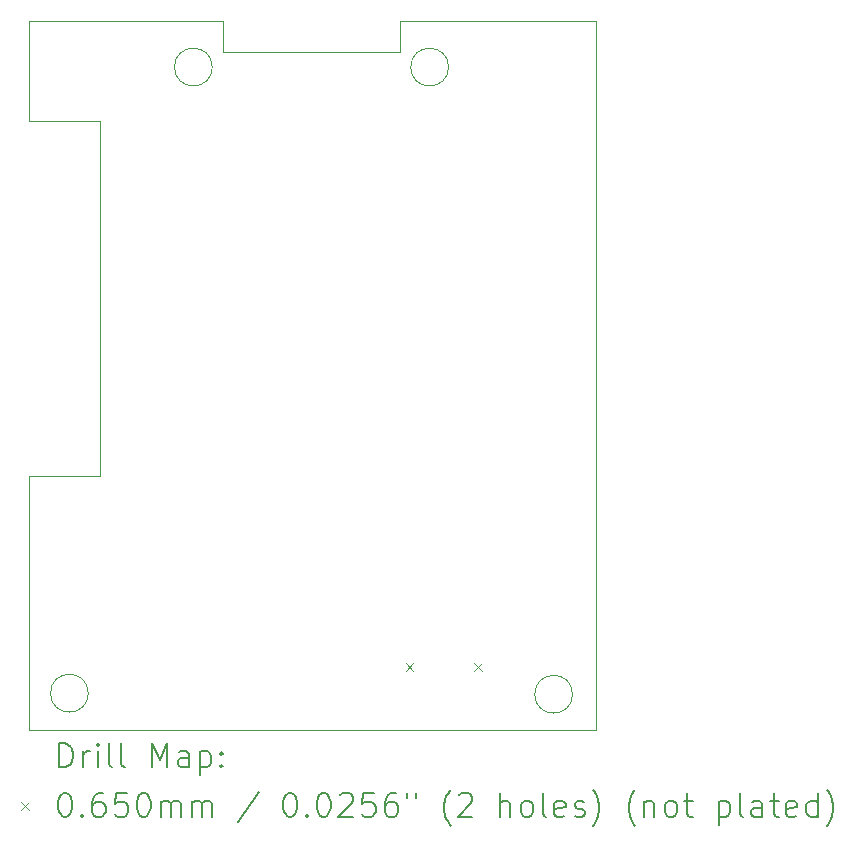
<source format=gbr>
%TF.GenerationSoftware,KiCad,Pcbnew,7.0.10*%
%TF.CreationDate,2024-03-09T07:06:31+08:00*%
%TF.ProjectId,ESP32Sensor-Sensor_board,45535033-3253-4656-9e73-6f722d53656e,rev?*%
%TF.SameCoordinates,Original*%
%TF.FileFunction,Drillmap*%
%TF.FilePolarity,Positive*%
%FSLAX45Y45*%
G04 Gerber Fmt 4.5, Leading zero omitted, Abs format (unit mm)*
G04 Created by KiCad (PCBNEW 7.0.10) date 2024-03-09 07:06:31*
%MOMM*%
%LPD*%
G01*
G04 APERTURE LIST*
%ADD10C,0.100000*%
%ADD11C,0.200000*%
G04 APERTURE END LIST*
D10*
X17500000Y-13400000D02*
X12700000Y-13400000D01*
X12700000Y-8250000D02*
X13300000Y-8250000D01*
X14250000Y-7790000D02*
G75*
G03*
X13930000Y-7790000I-160000J0D01*
G01*
X13930000Y-7790000D02*
G75*
G03*
X14250000Y-7790000I160000J0D01*
G01*
X17300000Y-13100000D02*
G75*
G03*
X16980000Y-13100000I-160000J0D01*
G01*
X16980000Y-13100000D02*
G75*
G03*
X17300000Y-13100000I160000J0D01*
G01*
X17500000Y-7400000D02*
X17500000Y-13400000D01*
X13300000Y-11250000D02*
X12700000Y-11250000D01*
X14340000Y-7660000D02*
X14340000Y-7400000D01*
X12700000Y-11250000D02*
X12700000Y-13400000D01*
X13200000Y-13091200D02*
G75*
G03*
X12880000Y-13091200I-160000J0D01*
G01*
X12880000Y-13091200D02*
G75*
G03*
X13200000Y-13091200I160000J0D01*
G01*
X17500000Y-7400000D02*
X15840000Y-7400000D01*
X13300000Y-8250000D02*
X13300000Y-11250000D01*
X15840000Y-7400000D02*
X15840000Y-7660000D01*
X12700000Y-7400000D02*
X14340000Y-7400000D01*
X12700000Y-7400000D02*
X12700000Y-8250000D01*
X15840000Y-7660000D02*
X14340000Y-7660000D01*
X16250000Y-7790000D02*
G75*
G03*
X15930000Y-7790000I-160000J0D01*
G01*
X15930000Y-7790000D02*
G75*
G03*
X16250000Y-7790000I160000J0D01*
G01*
D11*
D10*
X15888500Y-12838500D02*
X15953500Y-12903500D01*
X15953500Y-12838500D02*
X15888500Y-12903500D01*
X16466500Y-12838500D02*
X16531500Y-12903500D01*
X16531500Y-12838500D02*
X16466500Y-12903500D01*
D11*
X12955777Y-13716484D02*
X12955777Y-13516484D01*
X12955777Y-13516484D02*
X13003396Y-13516484D01*
X13003396Y-13516484D02*
X13031967Y-13526008D01*
X13031967Y-13526008D02*
X13051015Y-13545055D01*
X13051015Y-13545055D02*
X13060539Y-13564103D01*
X13060539Y-13564103D02*
X13070062Y-13602198D01*
X13070062Y-13602198D02*
X13070062Y-13630769D01*
X13070062Y-13630769D02*
X13060539Y-13668865D01*
X13060539Y-13668865D02*
X13051015Y-13687912D01*
X13051015Y-13687912D02*
X13031967Y-13706960D01*
X13031967Y-13706960D02*
X13003396Y-13716484D01*
X13003396Y-13716484D02*
X12955777Y-13716484D01*
X13155777Y-13716484D02*
X13155777Y-13583150D01*
X13155777Y-13621246D02*
X13165301Y-13602198D01*
X13165301Y-13602198D02*
X13174824Y-13592674D01*
X13174824Y-13592674D02*
X13193872Y-13583150D01*
X13193872Y-13583150D02*
X13212920Y-13583150D01*
X13279586Y-13716484D02*
X13279586Y-13583150D01*
X13279586Y-13516484D02*
X13270062Y-13526008D01*
X13270062Y-13526008D02*
X13279586Y-13535531D01*
X13279586Y-13535531D02*
X13289110Y-13526008D01*
X13289110Y-13526008D02*
X13279586Y-13516484D01*
X13279586Y-13516484D02*
X13279586Y-13535531D01*
X13403396Y-13716484D02*
X13384348Y-13706960D01*
X13384348Y-13706960D02*
X13374824Y-13687912D01*
X13374824Y-13687912D02*
X13374824Y-13516484D01*
X13508158Y-13716484D02*
X13489110Y-13706960D01*
X13489110Y-13706960D02*
X13479586Y-13687912D01*
X13479586Y-13687912D02*
X13479586Y-13516484D01*
X13736729Y-13716484D02*
X13736729Y-13516484D01*
X13736729Y-13516484D02*
X13803396Y-13659341D01*
X13803396Y-13659341D02*
X13870062Y-13516484D01*
X13870062Y-13516484D02*
X13870062Y-13716484D01*
X14051015Y-13716484D02*
X14051015Y-13611722D01*
X14051015Y-13611722D02*
X14041491Y-13592674D01*
X14041491Y-13592674D02*
X14022443Y-13583150D01*
X14022443Y-13583150D02*
X13984348Y-13583150D01*
X13984348Y-13583150D02*
X13965301Y-13592674D01*
X14051015Y-13706960D02*
X14031967Y-13716484D01*
X14031967Y-13716484D02*
X13984348Y-13716484D01*
X13984348Y-13716484D02*
X13965301Y-13706960D01*
X13965301Y-13706960D02*
X13955777Y-13687912D01*
X13955777Y-13687912D02*
X13955777Y-13668865D01*
X13955777Y-13668865D02*
X13965301Y-13649817D01*
X13965301Y-13649817D02*
X13984348Y-13640293D01*
X13984348Y-13640293D02*
X14031967Y-13640293D01*
X14031967Y-13640293D02*
X14051015Y-13630769D01*
X14146253Y-13583150D02*
X14146253Y-13783150D01*
X14146253Y-13592674D02*
X14165301Y-13583150D01*
X14165301Y-13583150D02*
X14203396Y-13583150D01*
X14203396Y-13583150D02*
X14222443Y-13592674D01*
X14222443Y-13592674D02*
X14231967Y-13602198D01*
X14231967Y-13602198D02*
X14241491Y-13621246D01*
X14241491Y-13621246D02*
X14241491Y-13678388D01*
X14241491Y-13678388D02*
X14231967Y-13697436D01*
X14231967Y-13697436D02*
X14222443Y-13706960D01*
X14222443Y-13706960D02*
X14203396Y-13716484D01*
X14203396Y-13716484D02*
X14165301Y-13716484D01*
X14165301Y-13716484D02*
X14146253Y-13706960D01*
X14327205Y-13697436D02*
X14336729Y-13706960D01*
X14336729Y-13706960D02*
X14327205Y-13716484D01*
X14327205Y-13716484D02*
X14317682Y-13706960D01*
X14317682Y-13706960D02*
X14327205Y-13697436D01*
X14327205Y-13697436D02*
X14327205Y-13716484D01*
X14327205Y-13592674D02*
X14336729Y-13602198D01*
X14336729Y-13602198D02*
X14327205Y-13611722D01*
X14327205Y-13611722D02*
X14317682Y-13602198D01*
X14317682Y-13602198D02*
X14327205Y-13592674D01*
X14327205Y-13592674D02*
X14327205Y-13611722D01*
D10*
X12630000Y-14012500D02*
X12695000Y-14077500D01*
X12695000Y-14012500D02*
X12630000Y-14077500D01*
D11*
X12993872Y-13936484D02*
X13012920Y-13936484D01*
X13012920Y-13936484D02*
X13031967Y-13946008D01*
X13031967Y-13946008D02*
X13041491Y-13955531D01*
X13041491Y-13955531D02*
X13051015Y-13974579D01*
X13051015Y-13974579D02*
X13060539Y-14012674D01*
X13060539Y-14012674D02*
X13060539Y-14060293D01*
X13060539Y-14060293D02*
X13051015Y-14098388D01*
X13051015Y-14098388D02*
X13041491Y-14117436D01*
X13041491Y-14117436D02*
X13031967Y-14126960D01*
X13031967Y-14126960D02*
X13012920Y-14136484D01*
X13012920Y-14136484D02*
X12993872Y-14136484D01*
X12993872Y-14136484D02*
X12974824Y-14126960D01*
X12974824Y-14126960D02*
X12965301Y-14117436D01*
X12965301Y-14117436D02*
X12955777Y-14098388D01*
X12955777Y-14098388D02*
X12946253Y-14060293D01*
X12946253Y-14060293D02*
X12946253Y-14012674D01*
X12946253Y-14012674D02*
X12955777Y-13974579D01*
X12955777Y-13974579D02*
X12965301Y-13955531D01*
X12965301Y-13955531D02*
X12974824Y-13946008D01*
X12974824Y-13946008D02*
X12993872Y-13936484D01*
X13146253Y-14117436D02*
X13155777Y-14126960D01*
X13155777Y-14126960D02*
X13146253Y-14136484D01*
X13146253Y-14136484D02*
X13136729Y-14126960D01*
X13136729Y-14126960D02*
X13146253Y-14117436D01*
X13146253Y-14117436D02*
X13146253Y-14136484D01*
X13327205Y-13936484D02*
X13289110Y-13936484D01*
X13289110Y-13936484D02*
X13270062Y-13946008D01*
X13270062Y-13946008D02*
X13260539Y-13955531D01*
X13260539Y-13955531D02*
X13241491Y-13984103D01*
X13241491Y-13984103D02*
X13231967Y-14022198D01*
X13231967Y-14022198D02*
X13231967Y-14098388D01*
X13231967Y-14098388D02*
X13241491Y-14117436D01*
X13241491Y-14117436D02*
X13251015Y-14126960D01*
X13251015Y-14126960D02*
X13270062Y-14136484D01*
X13270062Y-14136484D02*
X13308158Y-14136484D01*
X13308158Y-14136484D02*
X13327205Y-14126960D01*
X13327205Y-14126960D02*
X13336729Y-14117436D01*
X13336729Y-14117436D02*
X13346253Y-14098388D01*
X13346253Y-14098388D02*
X13346253Y-14050769D01*
X13346253Y-14050769D02*
X13336729Y-14031722D01*
X13336729Y-14031722D02*
X13327205Y-14022198D01*
X13327205Y-14022198D02*
X13308158Y-14012674D01*
X13308158Y-14012674D02*
X13270062Y-14012674D01*
X13270062Y-14012674D02*
X13251015Y-14022198D01*
X13251015Y-14022198D02*
X13241491Y-14031722D01*
X13241491Y-14031722D02*
X13231967Y-14050769D01*
X13527205Y-13936484D02*
X13431967Y-13936484D01*
X13431967Y-13936484D02*
X13422443Y-14031722D01*
X13422443Y-14031722D02*
X13431967Y-14022198D01*
X13431967Y-14022198D02*
X13451015Y-14012674D01*
X13451015Y-14012674D02*
X13498634Y-14012674D01*
X13498634Y-14012674D02*
X13517682Y-14022198D01*
X13517682Y-14022198D02*
X13527205Y-14031722D01*
X13527205Y-14031722D02*
X13536729Y-14050769D01*
X13536729Y-14050769D02*
X13536729Y-14098388D01*
X13536729Y-14098388D02*
X13527205Y-14117436D01*
X13527205Y-14117436D02*
X13517682Y-14126960D01*
X13517682Y-14126960D02*
X13498634Y-14136484D01*
X13498634Y-14136484D02*
X13451015Y-14136484D01*
X13451015Y-14136484D02*
X13431967Y-14126960D01*
X13431967Y-14126960D02*
X13422443Y-14117436D01*
X13660539Y-13936484D02*
X13679586Y-13936484D01*
X13679586Y-13936484D02*
X13698634Y-13946008D01*
X13698634Y-13946008D02*
X13708158Y-13955531D01*
X13708158Y-13955531D02*
X13717682Y-13974579D01*
X13717682Y-13974579D02*
X13727205Y-14012674D01*
X13727205Y-14012674D02*
X13727205Y-14060293D01*
X13727205Y-14060293D02*
X13717682Y-14098388D01*
X13717682Y-14098388D02*
X13708158Y-14117436D01*
X13708158Y-14117436D02*
X13698634Y-14126960D01*
X13698634Y-14126960D02*
X13679586Y-14136484D01*
X13679586Y-14136484D02*
X13660539Y-14136484D01*
X13660539Y-14136484D02*
X13641491Y-14126960D01*
X13641491Y-14126960D02*
X13631967Y-14117436D01*
X13631967Y-14117436D02*
X13622443Y-14098388D01*
X13622443Y-14098388D02*
X13612920Y-14060293D01*
X13612920Y-14060293D02*
X13612920Y-14012674D01*
X13612920Y-14012674D02*
X13622443Y-13974579D01*
X13622443Y-13974579D02*
X13631967Y-13955531D01*
X13631967Y-13955531D02*
X13641491Y-13946008D01*
X13641491Y-13946008D02*
X13660539Y-13936484D01*
X13812920Y-14136484D02*
X13812920Y-14003150D01*
X13812920Y-14022198D02*
X13822443Y-14012674D01*
X13822443Y-14012674D02*
X13841491Y-14003150D01*
X13841491Y-14003150D02*
X13870063Y-14003150D01*
X13870063Y-14003150D02*
X13889110Y-14012674D01*
X13889110Y-14012674D02*
X13898634Y-14031722D01*
X13898634Y-14031722D02*
X13898634Y-14136484D01*
X13898634Y-14031722D02*
X13908158Y-14012674D01*
X13908158Y-14012674D02*
X13927205Y-14003150D01*
X13927205Y-14003150D02*
X13955777Y-14003150D01*
X13955777Y-14003150D02*
X13974824Y-14012674D01*
X13974824Y-14012674D02*
X13984348Y-14031722D01*
X13984348Y-14031722D02*
X13984348Y-14136484D01*
X14079586Y-14136484D02*
X14079586Y-14003150D01*
X14079586Y-14022198D02*
X14089110Y-14012674D01*
X14089110Y-14012674D02*
X14108158Y-14003150D01*
X14108158Y-14003150D02*
X14136729Y-14003150D01*
X14136729Y-14003150D02*
X14155777Y-14012674D01*
X14155777Y-14012674D02*
X14165301Y-14031722D01*
X14165301Y-14031722D02*
X14165301Y-14136484D01*
X14165301Y-14031722D02*
X14174824Y-14012674D01*
X14174824Y-14012674D02*
X14193872Y-14003150D01*
X14193872Y-14003150D02*
X14222443Y-14003150D01*
X14222443Y-14003150D02*
X14241491Y-14012674D01*
X14241491Y-14012674D02*
X14251015Y-14031722D01*
X14251015Y-14031722D02*
X14251015Y-14136484D01*
X14641491Y-13926960D02*
X14470063Y-14184103D01*
X14898634Y-13936484D02*
X14917682Y-13936484D01*
X14917682Y-13936484D02*
X14936729Y-13946008D01*
X14936729Y-13946008D02*
X14946253Y-13955531D01*
X14946253Y-13955531D02*
X14955777Y-13974579D01*
X14955777Y-13974579D02*
X14965301Y-14012674D01*
X14965301Y-14012674D02*
X14965301Y-14060293D01*
X14965301Y-14060293D02*
X14955777Y-14098388D01*
X14955777Y-14098388D02*
X14946253Y-14117436D01*
X14946253Y-14117436D02*
X14936729Y-14126960D01*
X14936729Y-14126960D02*
X14917682Y-14136484D01*
X14917682Y-14136484D02*
X14898634Y-14136484D01*
X14898634Y-14136484D02*
X14879586Y-14126960D01*
X14879586Y-14126960D02*
X14870063Y-14117436D01*
X14870063Y-14117436D02*
X14860539Y-14098388D01*
X14860539Y-14098388D02*
X14851015Y-14060293D01*
X14851015Y-14060293D02*
X14851015Y-14012674D01*
X14851015Y-14012674D02*
X14860539Y-13974579D01*
X14860539Y-13974579D02*
X14870063Y-13955531D01*
X14870063Y-13955531D02*
X14879586Y-13946008D01*
X14879586Y-13946008D02*
X14898634Y-13936484D01*
X15051015Y-14117436D02*
X15060539Y-14126960D01*
X15060539Y-14126960D02*
X15051015Y-14136484D01*
X15051015Y-14136484D02*
X15041491Y-14126960D01*
X15041491Y-14126960D02*
X15051015Y-14117436D01*
X15051015Y-14117436D02*
X15051015Y-14136484D01*
X15184348Y-13936484D02*
X15203396Y-13936484D01*
X15203396Y-13936484D02*
X15222444Y-13946008D01*
X15222444Y-13946008D02*
X15231967Y-13955531D01*
X15231967Y-13955531D02*
X15241491Y-13974579D01*
X15241491Y-13974579D02*
X15251015Y-14012674D01*
X15251015Y-14012674D02*
X15251015Y-14060293D01*
X15251015Y-14060293D02*
X15241491Y-14098388D01*
X15241491Y-14098388D02*
X15231967Y-14117436D01*
X15231967Y-14117436D02*
X15222444Y-14126960D01*
X15222444Y-14126960D02*
X15203396Y-14136484D01*
X15203396Y-14136484D02*
X15184348Y-14136484D01*
X15184348Y-14136484D02*
X15165301Y-14126960D01*
X15165301Y-14126960D02*
X15155777Y-14117436D01*
X15155777Y-14117436D02*
X15146253Y-14098388D01*
X15146253Y-14098388D02*
X15136729Y-14060293D01*
X15136729Y-14060293D02*
X15136729Y-14012674D01*
X15136729Y-14012674D02*
X15146253Y-13974579D01*
X15146253Y-13974579D02*
X15155777Y-13955531D01*
X15155777Y-13955531D02*
X15165301Y-13946008D01*
X15165301Y-13946008D02*
X15184348Y-13936484D01*
X15327206Y-13955531D02*
X15336729Y-13946008D01*
X15336729Y-13946008D02*
X15355777Y-13936484D01*
X15355777Y-13936484D02*
X15403396Y-13936484D01*
X15403396Y-13936484D02*
X15422444Y-13946008D01*
X15422444Y-13946008D02*
X15431967Y-13955531D01*
X15431967Y-13955531D02*
X15441491Y-13974579D01*
X15441491Y-13974579D02*
X15441491Y-13993627D01*
X15441491Y-13993627D02*
X15431967Y-14022198D01*
X15431967Y-14022198D02*
X15317682Y-14136484D01*
X15317682Y-14136484D02*
X15441491Y-14136484D01*
X15622444Y-13936484D02*
X15527206Y-13936484D01*
X15527206Y-13936484D02*
X15517682Y-14031722D01*
X15517682Y-14031722D02*
X15527206Y-14022198D01*
X15527206Y-14022198D02*
X15546253Y-14012674D01*
X15546253Y-14012674D02*
X15593872Y-14012674D01*
X15593872Y-14012674D02*
X15612920Y-14022198D01*
X15612920Y-14022198D02*
X15622444Y-14031722D01*
X15622444Y-14031722D02*
X15631967Y-14050769D01*
X15631967Y-14050769D02*
X15631967Y-14098388D01*
X15631967Y-14098388D02*
X15622444Y-14117436D01*
X15622444Y-14117436D02*
X15612920Y-14126960D01*
X15612920Y-14126960D02*
X15593872Y-14136484D01*
X15593872Y-14136484D02*
X15546253Y-14136484D01*
X15546253Y-14136484D02*
X15527206Y-14126960D01*
X15527206Y-14126960D02*
X15517682Y-14117436D01*
X15803396Y-13936484D02*
X15765301Y-13936484D01*
X15765301Y-13936484D02*
X15746253Y-13946008D01*
X15746253Y-13946008D02*
X15736729Y-13955531D01*
X15736729Y-13955531D02*
X15717682Y-13984103D01*
X15717682Y-13984103D02*
X15708158Y-14022198D01*
X15708158Y-14022198D02*
X15708158Y-14098388D01*
X15708158Y-14098388D02*
X15717682Y-14117436D01*
X15717682Y-14117436D02*
X15727206Y-14126960D01*
X15727206Y-14126960D02*
X15746253Y-14136484D01*
X15746253Y-14136484D02*
X15784348Y-14136484D01*
X15784348Y-14136484D02*
X15803396Y-14126960D01*
X15803396Y-14126960D02*
X15812920Y-14117436D01*
X15812920Y-14117436D02*
X15822444Y-14098388D01*
X15822444Y-14098388D02*
X15822444Y-14050769D01*
X15822444Y-14050769D02*
X15812920Y-14031722D01*
X15812920Y-14031722D02*
X15803396Y-14022198D01*
X15803396Y-14022198D02*
X15784348Y-14012674D01*
X15784348Y-14012674D02*
X15746253Y-14012674D01*
X15746253Y-14012674D02*
X15727206Y-14022198D01*
X15727206Y-14022198D02*
X15717682Y-14031722D01*
X15717682Y-14031722D02*
X15708158Y-14050769D01*
X15898634Y-13936484D02*
X15898634Y-13974579D01*
X15974825Y-13936484D02*
X15974825Y-13974579D01*
X16270063Y-14212674D02*
X16260539Y-14203150D01*
X16260539Y-14203150D02*
X16241491Y-14174579D01*
X16241491Y-14174579D02*
X16231968Y-14155531D01*
X16231968Y-14155531D02*
X16222444Y-14126960D01*
X16222444Y-14126960D02*
X16212920Y-14079341D01*
X16212920Y-14079341D02*
X16212920Y-14041246D01*
X16212920Y-14041246D02*
X16222444Y-13993627D01*
X16222444Y-13993627D02*
X16231968Y-13965055D01*
X16231968Y-13965055D02*
X16241491Y-13946008D01*
X16241491Y-13946008D02*
X16260539Y-13917436D01*
X16260539Y-13917436D02*
X16270063Y-13907912D01*
X16336729Y-13955531D02*
X16346253Y-13946008D01*
X16346253Y-13946008D02*
X16365301Y-13936484D01*
X16365301Y-13936484D02*
X16412920Y-13936484D01*
X16412920Y-13936484D02*
X16431968Y-13946008D01*
X16431968Y-13946008D02*
X16441491Y-13955531D01*
X16441491Y-13955531D02*
X16451015Y-13974579D01*
X16451015Y-13974579D02*
X16451015Y-13993627D01*
X16451015Y-13993627D02*
X16441491Y-14022198D01*
X16441491Y-14022198D02*
X16327206Y-14136484D01*
X16327206Y-14136484D02*
X16451015Y-14136484D01*
X16689110Y-14136484D02*
X16689110Y-13936484D01*
X16774825Y-14136484D02*
X16774825Y-14031722D01*
X16774825Y-14031722D02*
X16765301Y-14012674D01*
X16765301Y-14012674D02*
X16746253Y-14003150D01*
X16746253Y-14003150D02*
X16717682Y-14003150D01*
X16717682Y-14003150D02*
X16698634Y-14012674D01*
X16698634Y-14012674D02*
X16689110Y-14022198D01*
X16898634Y-14136484D02*
X16879587Y-14126960D01*
X16879587Y-14126960D02*
X16870063Y-14117436D01*
X16870063Y-14117436D02*
X16860539Y-14098388D01*
X16860539Y-14098388D02*
X16860539Y-14041246D01*
X16860539Y-14041246D02*
X16870063Y-14022198D01*
X16870063Y-14022198D02*
X16879587Y-14012674D01*
X16879587Y-14012674D02*
X16898634Y-14003150D01*
X16898634Y-14003150D02*
X16927206Y-14003150D01*
X16927206Y-14003150D02*
X16946253Y-14012674D01*
X16946253Y-14012674D02*
X16955777Y-14022198D01*
X16955777Y-14022198D02*
X16965301Y-14041246D01*
X16965301Y-14041246D02*
X16965301Y-14098388D01*
X16965301Y-14098388D02*
X16955777Y-14117436D01*
X16955777Y-14117436D02*
X16946253Y-14126960D01*
X16946253Y-14126960D02*
X16927206Y-14136484D01*
X16927206Y-14136484D02*
X16898634Y-14136484D01*
X17079587Y-14136484D02*
X17060539Y-14126960D01*
X17060539Y-14126960D02*
X17051015Y-14107912D01*
X17051015Y-14107912D02*
X17051015Y-13936484D01*
X17231968Y-14126960D02*
X17212920Y-14136484D01*
X17212920Y-14136484D02*
X17174825Y-14136484D01*
X17174825Y-14136484D02*
X17155777Y-14126960D01*
X17155777Y-14126960D02*
X17146253Y-14107912D01*
X17146253Y-14107912D02*
X17146253Y-14031722D01*
X17146253Y-14031722D02*
X17155777Y-14012674D01*
X17155777Y-14012674D02*
X17174825Y-14003150D01*
X17174825Y-14003150D02*
X17212920Y-14003150D01*
X17212920Y-14003150D02*
X17231968Y-14012674D01*
X17231968Y-14012674D02*
X17241492Y-14031722D01*
X17241492Y-14031722D02*
X17241492Y-14050769D01*
X17241492Y-14050769D02*
X17146253Y-14069817D01*
X17317682Y-14126960D02*
X17336730Y-14136484D01*
X17336730Y-14136484D02*
X17374825Y-14136484D01*
X17374825Y-14136484D02*
X17393873Y-14126960D01*
X17393873Y-14126960D02*
X17403396Y-14107912D01*
X17403396Y-14107912D02*
X17403396Y-14098388D01*
X17403396Y-14098388D02*
X17393873Y-14079341D01*
X17393873Y-14079341D02*
X17374825Y-14069817D01*
X17374825Y-14069817D02*
X17346253Y-14069817D01*
X17346253Y-14069817D02*
X17327206Y-14060293D01*
X17327206Y-14060293D02*
X17317682Y-14041246D01*
X17317682Y-14041246D02*
X17317682Y-14031722D01*
X17317682Y-14031722D02*
X17327206Y-14012674D01*
X17327206Y-14012674D02*
X17346253Y-14003150D01*
X17346253Y-14003150D02*
X17374825Y-14003150D01*
X17374825Y-14003150D02*
X17393873Y-14012674D01*
X17470063Y-14212674D02*
X17479587Y-14203150D01*
X17479587Y-14203150D02*
X17498634Y-14174579D01*
X17498634Y-14174579D02*
X17508158Y-14155531D01*
X17508158Y-14155531D02*
X17517682Y-14126960D01*
X17517682Y-14126960D02*
X17527206Y-14079341D01*
X17527206Y-14079341D02*
X17527206Y-14041246D01*
X17527206Y-14041246D02*
X17517682Y-13993627D01*
X17517682Y-13993627D02*
X17508158Y-13965055D01*
X17508158Y-13965055D02*
X17498634Y-13946008D01*
X17498634Y-13946008D02*
X17479587Y-13917436D01*
X17479587Y-13917436D02*
X17470063Y-13907912D01*
X17831968Y-14212674D02*
X17822444Y-14203150D01*
X17822444Y-14203150D02*
X17803396Y-14174579D01*
X17803396Y-14174579D02*
X17793873Y-14155531D01*
X17793873Y-14155531D02*
X17784349Y-14126960D01*
X17784349Y-14126960D02*
X17774825Y-14079341D01*
X17774825Y-14079341D02*
X17774825Y-14041246D01*
X17774825Y-14041246D02*
X17784349Y-13993627D01*
X17784349Y-13993627D02*
X17793873Y-13965055D01*
X17793873Y-13965055D02*
X17803396Y-13946008D01*
X17803396Y-13946008D02*
X17822444Y-13917436D01*
X17822444Y-13917436D02*
X17831968Y-13907912D01*
X17908158Y-14003150D02*
X17908158Y-14136484D01*
X17908158Y-14022198D02*
X17917682Y-14012674D01*
X17917682Y-14012674D02*
X17936730Y-14003150D01*
X17936730Y-14003150D02*
X17965301Y-14003150D01*
X17965301Y-14003150D02*
X17984349Y-14012674D01*
X17984349Y-14012674D02*
X17993873Y-14031722D01*
X17993873Y-14031722D02*
X17993873Y-14136484D01*
X18117682Y-14136484D02*
X18098634Y-14126960D01*
X18098634Y-14126960D02*
X18089111Y-14117436D01*
X18089111Y-14117436D02*
X18079587Y-14098388D01*
X18079587Y-14098388D02*
X18079587Y-14041246D01*
X18079587Y-14041246D02*
X18089111Y-14022198D01*
X18089111Y-14022198D02*
X18098634Y-14012674D01*
X18098634Y-14012674D02*
X18117682Y-14003150D01*
X18117682Y-14003150D02*
X18146254Y-14003150D01*
X18146254Y-14003150D02*
X18165301Y-14012674D01*
X18165301Y-14012674D02*
X18174825Y-14022198D01*
X18174825Y-14022198D02*
X18184349Y-14041246D01*
X18184349Y-14041246D02*
X18184349Y-14098388D01*
X18184349Y-14098388D02*
X18174825Y-14117436D01*
X18174825Y-14117436D02*
X18165301Y-14126960D01*
X18165301Y-14126960D02*
X18146254Y-14136484D01*
X18146254Y-14136484D02*
X18117682Y-14136484D01*
X18241492Y-14003150D02*
X18317682Y-14003150D01*
X18270063Y-13936484D02*
X18270063Y-14107912D01*
X18270063Y-14107912D02*
X18279587Y-14126960D01*
X18279587Y-14126960D02*
X18298634Y-14136484D01*
X18298634Y-14136484D02*
X18317682Y-14136484D01*
X18536730Y-14003150D02*
X18536730Y-14203150D01*
X18536730Y-14012674D02*
X18555777Y-14003150D01*
X18555777Y-14003150D02*
X18593873Y-14003150D01*
X18593873Y-14003150D02*
X18612920Y-14012674D01*
X18612920Y-14012674D02*
X18622444Y-14022198D01*
X18622444Y-14022198D02*
X18631968Y-14041246D01*
X18631968Y-14041246D02*
X18631968Y-14098388D01*
X18631968Y-14098388D02*
X18622444Y-14117436D01*
X18622444Y-14117436D02*
X18612920Y-14126960D01*
X18612920Y-14126960D02*
X18593873Y-14136484D01*
X18593873Y-14136484D02*
X18555777Y-14136484D01*
X18555777Y-14136484D02*
X18536730Y-14126960D01*
X18746254Y-14136484D02*
X18727206Y-14126960D01*
X18727206Y-14126960D02*
X18717682Y-14107912D01*
X18717682Y-14107912D02*
X18717682Y-13936484D01*
X18908158Y-14136484D02*
X18908158Y-14031722D01*
X18908158Y-14031722D02*
X18898635Y-14012674D01*
X18898635Y-14012674D02*
X18879587Y-14003150D01*
X18879587Y-14003150D02*
X18841492Y-14003150D01*
X18841492Y-14003150D02*
X18822444Y-14012674D01*
X18908158Y-14126960D02*
X18889111Y-14136484D01*
X18889111Y-14136484D02*
X18841492Y-14136484D01*
X18841492Y-14136484D02*
X18822444Y-14126960D01*
X18822444Y-14126960D02*
X18812920Y-14107912D01*
X18812920Y-14107912D02*
X18812920Y-14088865D01*
X18812920Y-14088865D02*
X18822444Y-14069817D01*
X18822444Y-14069817D02*
X18841492Y-14060293D01*
X18841492Y-14060293D02*
X18889111Y-14060293D01*
X18889111Y-14060293D02*
X18908158Y-14050769D01*
X18974825Y-14003150D02*
X19051015Y-14003150D01*
X19003396Y-13936484D02*
X19003396Y-14107912D01*
X19003396Y-14107912D02*
X19012920Y-14126960D01*
X19012920Y-14126960D02*
X19031968Y-14136484D01*
X19031968Y-14136484D02*
X19051015Y-14136484D01*
X19193873Y-14126960D02*
X19174825Y-14136484D01*
X19174825Y-14136484D02*
X19136730Y-14136484D01*
X19136730Y-14136484D02*
X19117682Y-14126960D01*
X19117682Y-14126960D02*
X19108158Y-14107912D01*
X19108158Y-14107912D02*
X19108158Y-14031722D01*
X19108158Y-14031722D02*
X19117682Y-14012674D01*
X19117682Y-14012674D02*
X19136730Y-14003150D01*
X19136730Y-14003150D02*
X19174825Y-14003150D01*
X19174825Y-14003150D02*
X19193873Y-14012674D01*
X19193873Y-14012674D02*
X19203396Y-14031722D01*
X19203396Y-14031722D02*
X19203396Y-14050769D01*
X19203396Y-14050769D02*
X19108158Y-14069817D01*
X19374825Y-14136484D02*
X19374825Y-13936484D01*
X19374825Y-14126960D02*
X19355777Y-14136484D01*
X19355777Y-14136484D02*
X19317682Y-14136484D01*
X19317682Y-14136484D02*
X19298635Y-14126960D01*
X19298635Y-14126960D02*
X19289111Y-14117436D01*
X19289111Y-14117436D02*
X19279587Y-14098388D01*
X19279587Y-14098388D02*
X19279587Y-14041246D01*
X19279587Y-14041246D02*
X19289111Y-14022198D01*
X19289111Y-14022198D02*
X19298635Y-14012674D01*
X19298635Y-14012674D02*
X19317682Y-14003150D01*
X19317682Y-14003150D02*
X19355777Y-14003150D01*
X19355777Y-14003150D02*
X19374825Y-14012674D01*
X19451016Y-14212674D02*
X19460539Y-14203150D01*
X19460539Y-14203150D02*
X19479587Y-14174579D01*
X19479587Y-14174579D02*
X19489111Y-14155531D01*
X19489111Y-14155531D02*
X19498635Y-14126960D01*
X19498635Y-14126960D02*
X19508158Y-14079341D01*
X19508158Y-14079341D02*
X19508158Y-14041246D01*
X19508158Y-14041246D02*
X19498635Y-13993627D01*
X19498635Y-13993627D02*
X19489111Y-13965055D01*
X19489111Y-13965055D02*
X19479587Y-13946008D01*
X19479587Y-13946008D02*
X19460539Y-13917436D01*
X19460539Y-13917436D02*
X19451016Y-13907912D01*
M02*

</source>
